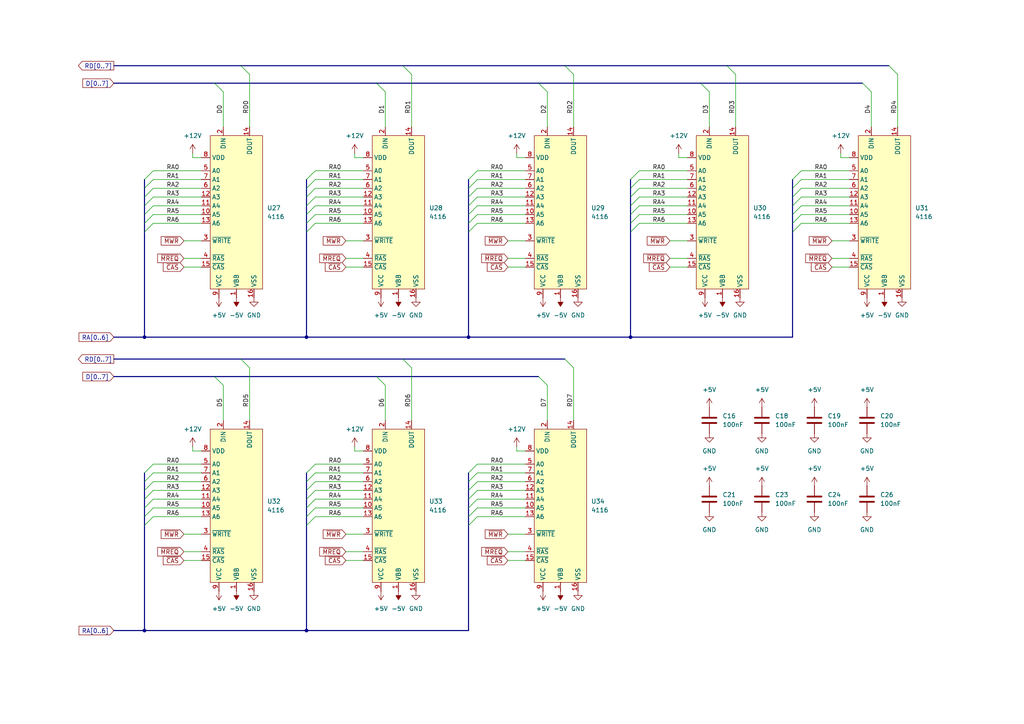
<source format=kicad_sch>
(kicad_sch (version 20231120) (generator "eeschema") (generator_version "8.0")
  (paper "A4")
  (title_block (title "Dick Smith System 80 Main Board") (date "1980"))
  (lib_symbols
    (symbol "4116:MK4116"
      (property "Reference" "U" (at 6.35 2.54 0))
      (property "Value" "4116" (at 7.62 0 0))
      (symbol "MK4116_1_1"
        (rectangle (start -7.62 -1.27) (end 7.62 -45.72) (fill (type background)))
        (pin power_in line (at 0 -48.26 90) (length 2.54) (name "VBB") (number "1"))
        (pin input line (at -10.16 -24.13 0) (length 2.54) (name "A5") (number "10"))
        (pin input line (at -10.16 -21.59 0) (length 2.54) (name "A4") (number "11"))
        (pin input line (at -10.16 -19.05 0) (length 2.54) (name "A3") (number "12"))
        (pin input line (at -10.16 -26.67 0) (length 2.54) (name "A6") (number "13"))
        (pin output line (at 3.81 1.27 270) (length 2.54) (name "DOUT") (number "14"))
        (pin input line (at -10.16 -39.37 0) (length 2.54) (name "~{CAS}") (number "15"))
        (pin power_in line (at 5.08 -48.26 90) (length 2.54) (name "VSS") (number "16"))
        (pin input line (at -3.81 1.27 270) (length 2.54) (name "DIN") (number "2"))
        (pin input line (at -10.16 -31.75 0) (length 2.54) (name "~{WRITE}") (number "3"))
        (pin input line (at -10.16 -36.83 0) (length 2.54) (name "~{RAS}") (number "4"))
        (pin input line (at -10.16 -11.43 0) (length 2.54) (name "A0") (number "5"))
        (pin input line (at -10.16 -16.51 0) (length 2.54) (name "A2") (number "6"))
        (pin input line (at -10.16 -13.97 0) (length 2.54) (name "A1") (number "7"))
        (pin power_in line (at -10.16 -7.62 0) (length 2.54) (name "VDD") (number "8"))
        (pin power_in line (at -5.08 -48.26 90) (length 2.54) (name "VCC") (number "9"))
      )
    )
    (symbol "Device:C" (pin_numbers hide) (pin_names (offset 0.254))
      (property "Reference" "C" (at 0.635 2.54 0))
      (property "Value" "C" (at 0.635 -2.54 0))
      (symbol "C_0_1"
        (polyline (pts (xy -2.032 -0.762) (xy 2.032 -0.762)) (stroke (width 0.508)))
        (polyline (pts (xy -2.032 0.762) (xy 2.032 0.762)) (stroke (width 0.508)))
      )
      (symbol "C_1_1"
        (pin passive line (at 0 3.81 270) (length 2.794) (name "~") (number "1"))
        (pin passive line (at 0 -3.81 90) (length 2.794) (name "~") (number "2"))
      )
    )
    (symbol "power:+12V" (power) (pin_numbers hide) (pin_names (offset 0) hide)
      (property "Value" "+12V" (at 0 3.556 0))
      (symbol "+12V_0_1"
        (polyline (pts (xy -0.762 1.27) (xy 0 2.54)))
        (polyline (pts (xy 0 0) (xy 0 2.54)))
        (polyline (pts (xy 0 2.54) (xy 0.762 1.27)))
      )
      (symbol "+12V_1_1"
        (pin power_in line (at 0 0 90) (length 0) (name "~") (number "1"))
      )
    )
    (symbol "power:+5V" (power) (pin_numbers hide) (pin_names (offset 0) hide)
      (property "Value" "+5V" (at 0 3.556 0))
      (symbol "+5V_0_1"
        (polyline (pts (xy -0.762 1.27) (xy 0 2.54)))
        (polyline (pts (xy 0 0) (xy 0 2.54)))
        (polyline (pts (xy 0 2.54) (xy 0.762 1.27)))
      )
      (symbol "+5V_1_1"
        (pin power_in line (at 0 0 90) (length 0) (name "~") (number "1"))
      )
    )
    (symbol "power:-5V" (power) (pin_numbers hide) (pin_names (offset 0) hide)
      (property "Value" "-5V" (at 0 3.556 0))
      (symbol "-5V_0_0"
        (pin power_in line (at 0 0 90) (length 0) (name "~") (number "1"))
      )
      (symbol "-5V_0_1"
        (polyline (pts (xy 0 0) (xy 0 1.27) (xy 0.762 1.27) (xy 0 2.54) (xy -0.762 1.27) (xy 0 1.27)) (fill (type outline)))
      )
    )
    (symbol "power:GND" (power) (pin_numbers hide) (pin_names (offset 0) hide)
      (property "Value" "GND" (at 0 -3.81 0))
      (symbol "GND_0_1"
        (polyline (pts (xy 0 0) (xy 0 -1.27) (xy 1.27 -1.27) (xy 0 -2.54) (xy -1.27 -1.27) (xy 0 -1.27)))
      )
      (symbol "GND_1_1"
        (pin power_in line (at 0 0 270) (length 0) (name "~") (number "1"))
      )
    )
  )
  (junction (at 41.91 97.79))
  (junction (at 88.9 97.79))
  (junction (at 88.9 182.88))
  (junction (at 135.89 97.79))
  (junction (at 41.91 182.88))
  (junction (at 182.88 97.79))
  (bus_entry (at 88.9 142.24) (size 2.54 -2.54))
  (bus_entry (at 88.9 144.78) (size 2.54 -2.54))
  (bus_entry (at 229.87 57.15) (size 2.54 -2.54))
  (bus_entry (at 41.91 147.32) (size 2.54 -2.54))
  (bus_entry (at 250.19 24.13) (size 2.54 2.54))
  (bus_entry (at 41.91 152.4) (size 2.54 -2.54))
  (bus_entry (at 229.87 62.23) (size 2.54 -2.54))
  (bus_entry (at 41.91 52.07) (size 2.54 -2.54))
  (bus_entry (at 69.85 19.05) (size 2.54 2.54))
  (bus_entry (at 116.84 104.14) (size 2.54 2.54))
  (bus_entry (at 135.89 137.16) (size 2.54 -2.54))
  (bus_entry (at 135.89 59.69) (size 2.54 -2.54))
  (bus_entry (at 41.91 149.86) (size 2.54 -2.54))
  (bus_entry (at 41.91 57.15) (size 2.54 -2.54))
  (bus_entry (at 41.91 139.7) (size 2.54 -2.54))
  (bus_entry (at 135.89 67.31) (size 2.54 -2.54))
  (bus_entry (at 41.91 62.23) (size 2.54 -2.54))
  (bus_entry (at 257.81 19.05) (size 2.54 2.54))
  (bus_entry (at 41.91 59.69) (size 2.54 -2.54))
  (bus_entry (at 41.91 54.61) (size 2.54 -2.54))
  (bus_entry (at 182.88 67.31) (size 2.54 -2.54))
  (bus_entry (at 88.9 62.23) (size 2.54 -2.54))
  (bus_entry (at 156.21 24.13) (size 2.54 2.54))
  (bus_entry (at 88.9 64.77) (size 2.54 -2.54))
  (bus_entry (at 182.88 59.69) (size 2.54 -2.54))
  (bus_entry (at 62.23 24.13) (size 2.54 2.54))
  (bus_entry (at 88.9 57.15) (size 2.54 -2.54))
  (bus_entry (at 156.21 109.22) (size 2.54 2.54))
  (bus_entry (at 135.89 139.7) (size 2.54 -2.54))
  (bus_entry (at 182.88 62.23) (size 2.54 -2.54))
  (bus_entry (at 135.89 144.78) (size 2.54 -2.54))
  (bus_entry (at 182.88 54.61) (size 2.54 -2.54))
  (bus_entry (at 41.91 142.24) (size 2.54 -2.54))
  (bus_entry (at 88.9 147.32) (size 2.54 -2.54))
  (bus_entry (at 163.83 104.14) (size 2.54 2.54))
  (bus_entry (at 163.83 19.05) (size 2.54 2.54))
  (bus_entry (at 109.22 24.13) (size 2.54 2.54))
  (bus_entry (at 135.89 54.61) (size 2.54 -2.54))
  (bus_entry (at 69.85 104.14) (size 2.54 2.54))
  (bus_entry (at 135.89 52.07) (size 2.54 -2.54))
  (bus_entry (at 116.84 19.05) (size 2.54 2.54))
  (bus_entry (at 182.88 64.77) (size 2.54 -2.54))
  (bus_entry (at 135.89 152.4) (size 2.54 -2.54))
  (bus_entry (at 229.87 67.31) (size 2.54 -2.54))
  (bus_entry (at 109.22 109.22) (size 2.54 2.54))
  (bus_entry (at 135.89 142.24) (size 2.54 -2.54))
  (bus_entry (at 88.9 149.86) (size 2.54 -2.54))
  (bus_entry (at 229.87 59.69) (size 2.54 -2.54))
  (bus_entry (at 182.88 52.07) (size 2.54 -2.54))
  (bus_entry (at 229.87 54.61) (size 2.54 -2.54))
  (bus_entry (at 88.9 52.07) (size 2.54 -2.54))
  (bus_entry (at 135.89 64.77) (size 2.54 -2.54))
  (bus_entry (at 135.89 147.32) (size 2.54 -2.54))
  (bus_entry (at 88.9 139.7) (size 2.54 -2.54))
  (bus_entry (at 88.9 54.61) (size 2.54 -2.54))
  (bus_entry (at 229.87 64.77) (size 2.54 -2.54))
  (bus_entry (at 135.89 149.86) (size 2.54 -2.54))
  (bus_entry (at 62.23 109.22) (size 2.54 2.54))
  (bus_entry (at 229.87 52.07) (size 2.54 -2.54))
  (bus_entry (at 41.91 137.16) (size 2.54 -2.54))
  (bus_entry (at 41.91 64.77) (size 2.54 -2.54))
  (bus_entry (at 88.9 59.69) (size 2.54 -2.54))
  (bus_entry (at 88.9 152.4) (size 2.54 -2.54))
  (bus_entry (at 182.88 57.15) (size 2.54 -2.54))
  (bus_entry (at 203.2 24.13) (size 2.54 2.54))
  (bus_entry (at 41.91 67.31) (size 2.54 -2.54))
  (bus_entry (at 135.89 62.23) (size 2.54 -2.54))
  (bus_entry (at 135.89 57.15) (size 2.54 -2.54))
  (bus_entry (at 210.82 19.05) (size 2.54 2.54))
  (bus_entry (at 88.9 67.31) (size 2.54 -2.54))
  (bus_entry (at 88.9 137.16) (size 2.54 -2.54))
  (bus_entry (at 41.91 144.78) (size 2.54 -2.54))
  (bus (pts (xy 41.91 149.86) (xy 41.91 152.4)))
  (wire (pts (xy 44.45 54.61) (xy 58.42 54.61)))
  (wire (pts (xy 53.34 69.85) (xy 58.42 69.85)))
  (bus (pts (xy 229.87 64.77) (xy 229.87 67.31)))
  (wire (pts (xy 44.45 57.15) (xy 58.42 57.15)))
  (wire (pts (xy 138.43 149.86) (xy 152.4 149.86)))
  (wire (pts (xy 44.45 62.23) (xy 58.42 62.23)))
  (wire (pts (xy 91.44 134.62) (xy 105.41 134.62)))
  (wire (pts (xy 44.45 59.69) (xy 58.42 59.69)))
  (wire (pts (xy 58.42 130.81) (xy 55.88 130.81)))
  (bus (pts (xy 88.9 139.7) (xy 88.9 142.24)))
  (bus (pts (xy 33.02 19.05) (xy 69.85 19.05)))
  (wire (pts (xy 232.41 62.23) (xy 246.38 62.23)))
  (wire (pts (xy 44.45 142.24) (xy 58.42 142.24)))
  (bus (pts (xy 88.9 152.4) (xy 88.9 182.88)))
  (bus (pts (xy 88.9 57.15) (xy 88.9 59.69)))
  (bus (pts (xy 182.88 52.07) (xy 182.88 54.61)))
  (wire (pts (xy 149.86 45.72) (xy 149.86 44.45)))
  (wire (pts (xy 91.44 139.7) (xy 105.41 139.7)))
  (wire (pts (xy 147.32 69.85) (xy 152.4 69.85)))
  (wire (pts (xy 232.41 64.77) (xy 246.38 64.77)))
  (wire (pts (xy 158.75 111.76) (xy 158.75 121.92)))
  (bus (pts (xy 88.9 142.24) (xy 88.9 144.78)))
  (bus (pts (xy 182.88 59.69) (xy 182.88 62.23)))
  (bus (pts (xy 33.02 109.22) (xy 62.23 109.22)))
  (wire (pts (xy 44.45 49.53) (xy 58.42 49.53)))
  (wire (pts (xy 44.45 147.32) (xy 58.42 147.32)))
  (wire (pts (xy 138.43 137.16) (xy 152.4 137.16)))
  (wire (pts (xy 91.44 57.15) (xy 105.41 57.15)))
  (wire (pts (xy 91.44 149.86) (xy 105.41 149.86)))
  (wire (pts (xy 119.38 106.68) (xy 119.38 121.92)))
  (bus (pts (xy 33.02 97.79) (xy 41.91 97.79)))
  (wire (pts (xy 152.4 45.72) (xy 149.86 45.72)))
  (bus (pts (xy 229.87 52.07) (xy 229.87 54.61)))
  (wire (pts (xy 185.42 54.61) (xy 199.39 54.61)))
  (bus (pts (xy 88.9 64.77) (xy 88.9 67.31)))
  (wire (pts (xy 91.44 59.69) (xy 105.41 59.69)))
  (bus (pts (xy 182.88 57.15) (xy 182.88 59.69)))
  (wire (pts (xy 44.45 134.62) (xy 58.42 134.62)))
  (wire (pts (xy 91.44 62.23) (xy 105.41 62.23)))
  (wire (pts (xy 243.84 45.72) (xy 243.84 44.45)))
  (wire (pts (xy 105.41 45.72) (xy 102.87 45.72)))
  (bus (pts (xy 135.89 67.31) (xy 135.89 97.79)))
  (wire (pts (xy 260.35 21.59) (xy 260.35 36.83)))
  (bus (pts (xy 88.9 97.79) (xy 135.89 97.79)))
  (wire (pts (xy 205.74 26.67) (xy 205.74 36.83)))
  (wire (pts (xy 53.34 160.02) (xy 58.42 160.02)))
  (bus (pts (xy 163.83 19.05) (xy 210.82 19.05)))
  (wire (pts (xy 53.34 162.56) (xy 58.42 162.56)))
  (wire (pts (xy 232.41 49.53) (xy 246.38 49.53)))
  (bus (pts (xy 109.22 24.13) (xy 156.21 24.13)))
  (bus (pts (xy 116.84 19.05) (xy 163.83 19.05)))
  (bus (pts (xy 69.85 19.05) (xy 116.84 19.05)))
  (bus (pts (xy 41.91 64.77) (xy 41.91 67.31)))
  (bus (pts (xy 88.9 54.61) (xy 88.9 57.15)))
  (bus (pts (xy 109.22 109.22) (xy 156.21 109.22)))
  (wire (pts (xy 58.42 45.72) (xy 55.88 45.72)))
  (wire (pts (xy 102.87 45.72) (xy 102.87 44.45)))
  (wire (pts (xy 138.43 64.77) (xy 152.4 64.77)))
  (wire (pts (xy 91.44 144.78) (xy 105.41 144.78)))
  (wire (pts (xy 241.3 77.47) (xy 246.38 77.47)))
  (bus (pts (xy 88.9 62.23) (xy 88.9 64.77)))
  (wire (pts (xy 138.43 49.53) (xy 152.4 49.53)))
  (wire (pts (xy 185.42 57.15) (xy 199.39 57.15)))
  (wire (pts (xy 138.43 134.62) (xy 152.4 134.62)))
  (bus (pts (xy 182.88 54.61) (xy 182.88 57.15)))
  (wire (pts (xy 194.31 77.47) (xy 199.39 77.47)))
  (bus (pts (xy 135.89 57.15) (xy 135.89 59.69)))
  (wire (pts (xy 138.43 62.23) (xy 152.4 62.23)))
  (wire (pts (xy 72.39 106.68) (xy 72.39 121.92)))
  (bus (pts (xy 135.89 139.7) (xy 135.89 142.24)))
  (bus (pts (xy 41.91 97.79) (xy 88.9 97.79)))
  (bus (pts (xy 41.91 182.88) (xy 88.9 182.88)))
  (bus (pts (xy 135.89 64.77) (xy 135.89 67.31)))
  (wire (pts (xy 232.41 52.07) (xy 246.38 52.07)))
  (wire (pts (xy 241.3 74.93) (xy 246.38 74.93)))
  (wire (pts (xy 44.45 144.78) (xy 58.42 144.78)))
  (bus (pts (xy 135.89 147.32) (xy 135.89 149.86)))
  (bus (pts (xy 41.91 57.15) (xy 41.91 59.69)))
  (wire (pts (xy 152.4 130.81) (xy 149.86 130.81)))
  (wire (pts (xy 166.37 21.59) (xy 166.37 36.83)))
  (bus (pts (xy 135.89 149.86) (xy 135.89 152.4)))
  (wire (pts (xy 185.42 64.77) (xy 199.39 64.77)))
  (wire (pts (xy 194.31 69.85) (xy 199.39 69.85)))
  (wire (pts (xy 149.86 130.81) (xy 149.86 129.54)))
  (wire (pts (xy 147.32 154.94) (xy 152.4 154.94)))
  (bus (pts (xy 41.91 62.23) (xy 41.91 64.77)))
  (wire (pts (xy 138.43 52.07) (xy 152.4 52.07)))
  (bus (pts (xy 41.91 142.24) (xy 41.91 144.78)))
  (wire (pts (xy 91.44 54.61) (xy 105.41 54.61)))
  (wire (pts (xy 100.33 77.47) (xy 105.41 77.47)))
  (bus (pts (xy 41.91 144.78) (xy 41.91 147.32)))
  (wire (pts (xy 147.32 74.93) (xy 152.4 74.93)))
  (wire (pts (xy 185.42 59.69) (xy 199.39 59.69)))
  (wire (pts (xy 53.34 74.93) (xy 58.42 74.93)))
  (bus (pts (xy 88.9 59.69) (xy 88.9 62.23)))
  (bus (pts (xy 182.88 64.77) (xy 182.88 67.31)))
  (bus (pts (xy 135.89 152.4) (xy 135.89 182.88)))
  (wire (pts (xy 111.76 26.67) (xy 111.76 36.83)))
  (wire (pts (xy 64.77 111.76) (xy 64.77 121.92)))
  (wire (pts (xy 91.44 52.07) (xy 105.41 52.07)))
  (wire (pts (xy 158.75 26.67) (xy 158.75 36.83)))
  (bus (pts (xy 229.87 59.69) (xy 229.87 62.23)))
  (bus (pts (xy 210.82 19.05) (xy 257.81 19.05)))
  (wire (pts (xy 246.38 45.72) (xy 243.84 45.72)))
  (bus (pts (xy 41.91 67.31) (xy 41.91 97.79)))
  (bus (pts (xy 203.2 24.13) (xy 250.19 24.13)))
  (bus (pts (xy 41.91 137.16) (xy 41.91 139.7)))
  (wire (pts (xy 44.45 137.16) (xy 58.42 137.16)))
  (wire (pts (xy 111.76 111.76) (xy 111.76 121.92)))
  (wire (pts (xy 213.36 21.59) (xy 213.36 36.83)))
  (bus (pts (xy 88.9 147.32) (xy 88.9 149.86)))
  (wire (pts (xy 119.38 21.59) (xy 119.38 36.83)))
  (wire (pts (xy 138.43 59.69) (xy 152.4 59.69)))
  (wire (pts (xy 147.32 160.02) (xy 152.4 160.02)))
  (bus (pts (xy 116.84 104.14) (xy 163.83 104.14)))
  (bus (pts (xy 229.87 62.23) (xy 229.87 64.77)))
  (bus (pts (xy 41.91 147.32) (xy 41.91 149.86)))
  (wire (pts (xy 100.33 154.94) (xy 105.41 154.94)))
  (wire (pts (xy 53.34 77.47) (xy 58.42 77.47)))
  (wire (pts (xy 100.33 160.02) (xy 105.41 160.02)))
  (wire (pts (xy 102.87 130.81) (xy 102.87 129.54)))
  (wire (pts (xy 44.45 52.07) (xy 58.42 52.07)))
  (wire (pts (xy 55.88 130.81) (xy 55.88 129.54)))
  (bus (pts (xy 156.21 24.13) (xy 203.2 24.13)))
  (wire (pts (xy 232.41 59.69) (xy 246.38 59.69)))
  (bus (pts (xy 229.87 67.31) (xy 229.87 97.79)))
  (bus (pts (xy 135.89 137.16) (xy 135.89 139.7)))
  (wire (pts (xy 138.43 144.78) (xy 152.4 144.78)))
  (wire (pts (xy 241.3 69.85) (xy 246.38 69.85)))
  (bus (pts (xy 41.91 54.61) (xy 41.91 57.15)))
  (bus (pts (xy 135.89 59.69) (xy 135.89 62.23)))
  (wire (pts (xy 232.41 57.15) (xy 246.38 57.15)))
  (wire (pts (xy 138.43 147.32) (xy 152.4 147.32)))
  (bus (pts (xy 182.88 62.23) (xy 182.88 64.77)))
  (bus (pts (xy 41.91 52.07) (xy 41.91 54.61)))
  (wire (pts (xy 199.39 45.72) (xy 196.85 45.72)))
  (wire (pts (xy 55.88 45.72) (xy 55.88 44.45)))
  (wire (pts (xy 147.32 77.47) (xy 152.4 77.47)))
  (wire (pts (xy 196.85 45.72) (xy 196.85 44.45)))
  (wire (pts (xy 100.33 74.93) (xy 105.41 74.93)))
  (wire (pts (xy 100.33 162.56) (xy 105.41 162.56)))
  (bus (pts (xy 182.88 97.79) (xy 229.87 97.79)))
  (bus (pts (xy 41.91 152.4) (xy 41.91 182.88)))
  (bus (pts (xy 135.89 52.07) (xy 135.89 54.61)))
  (wire (pts (xy 252.73 26.67) (xy 252.73 36.83)))
  (wire (pts (xy 91.44 49.53) (xy 105.41 49.53)))
  (wire (pts (xy 44.45 149.86) (xy 58.42 149.86)))
  (wire (pts (xy 105.41 130.81) (xy 102.87 130.81)))
  (wire (pts (xy 185.42 62.23) (xy 199.39 62.23)))
  (wire (pts (xy 138.43 139.7) (xy 152.4 139.7)))
  (bus (pts (xy 88.9 182.88) (xy 135.89 182.88)))
  (wire (pts (xy 147.32 162.56) (xy 152.4 162.56)))
  (bus (pts (xy 62.23 24.13) (xy 109.22 24.13)))
  (bus (pts (xy 135.89 142.24) (xy 135.89 144.78)))
  (wire (pts (xy 185.42 52.07) (xy 199.39 52.07)))
  (bus (pts (xy 62.23 109.22) (xy 109.22 109.22)))
  (bus (pts (xy 135.89 97.79) (xy 182.88 97.79)))
  (bus (pts (xy 229.87 54.61) (xy 229.87 57.15)))
  (wire (pts (xy 166.37 106.68) (xy 166.37 121.92)))
  (wire (pts (xy 44.45 64.77) (xy 58.42 64.77)))
  (wire (pts (xy 91.44 142.24) (xy 105.41 142.24)))
  (wire (pts (xy 138.43 57.15) (xy 152.4 57.15)))
  (wire (pts (xy 138.43 142.24) (xy 152.4 142.24)))
  (bus (pts (xy 41.91 139.7) (xy 41.91 142.24)))
  (bus (pts (xy 182.88 67.31) (xy 182.88 97.79)))
  (wire (pts (xy 44.45 139.7) (xy 58.42 139.7)))
  (bus (pts (xy 88.9 137.16) (xy 88.9 139.7)))
  (wire (pts (xy 91.44 64.77) (xy 105.41 64.77)))
  (bus (pts (xy 33.02 182.88) (xy 41.91 182.88)))
  (wire (pts (xy 91.44 137.16) (xy 105.41 137.16)))
  (wire (pts (xy 72.39 21.59) (xy 72.39 36.83)))
  (wire (pts (xy 100.33 69.85) (xy 105.41 69.85)))
  (bus (pts (xy 229.87 57.15) (xy 229.87 59.69)))
  (wire (pts (xy 138.43 54.61) (xy 152.4 54.61)))
  (wire (pts (xy 194.31 74.93) (xy 199.39 74.93)))
  (bus (pts (xy 135.89 54.61) (xy 135.89 57.15)))
  (bus (pts (xy 135.89 62.23) (xy 135.89 64.77)))
  (bus (pts (xy 33.02 24.13) (xy 62.23 24.13)))
  (bus (pts (xy 88.9 67.31) (xy 88.9 97.79)))
  (bus (pts (xy 135.89 144.78) (xy 135.89 147.32)))
  (wire (pts (xy 53.34 154.94) (xy 58.42 154.94)))
  (bus (pts (xy 88.9 144.78) (xy 88.9 147.32)))
  (wire (pts (xy 64.77 26.67) (xy 64.77 36.83)))
  (bus (pts (xy 33.02 104.14) (xy 69.85 104.14)))
  (bus (pts (xy 69.85 104.14) (xy 116.84 104.14)))
  (bus (pts (xy 88.9 52.07) (xy 88.9 54.61)))
  (wire (pts (xy 185.42 49.53) (xy 199.39 49.53)))
  (wire (pts (xy 232.41 54.61) (xy 246.38 54.61)))
  (bus (pts (xy 41.91 59.69) (xy 41.91 62.23)))
  (bus (pts (xy 88.9 149.86) (xy 88.9 152.4)))
  (wire (pts (xy 91.44 147.32) (xy 105.41 147.32)))
  (label "RA4" (at 142.24 59.69 0))
  (label "D0" (at 64.77 33.02 90))
  (label "RA0" (at 142.24 49.53 0))
  (label "RA5" (at 48.26 147.32 0))
  (label "RA6" (at 142.24 64.77 0))
  (label "RA2" (at 48.26 139.7 0))
  (label "RA3" (at 48.26 57.15 0))
  (label "RA1" (at 95.25 137.16 0))
  (label "RD2" (at 166.37 33.02 90))
  (label "RA6" (at 236.22 64.77 0))
  (label "RD1" (at 119.38 33.02 90))
  (label "RA5" (at 95.25 62.23 0))
  (label "D3" (at 205.74 33.02 90))
  (label "RA6" (at 95.25 149.86 0))
  (label "RD7" (at 166.37 118.11 90))
  (label "RA0" (at 48.26 49.53 0))
  (label "D7" (at 158.75 118.11 90))
  (label "RA4" (at 48.26 144.78 0))
  (label "RA1" (at 236.22 52.07 0))
  (label "RA1" (at 142.24 52.07 0))
  (label "RA2" (at 95.25 54.61 0))
  (label "RA2" (at 48.26 54.61 0))
  (label "RA3" (at 142.24 57.15 0))
  (label "D2" (at 158.75 33.02 90))
  (label "RA6" (at 48.26 149.86 0))
  (label "RD0" (at 72.39 33.02 90))
  (label "RA2" (at 236.22 54.61 0))
  (label "RA6" (at 142.24 149.86 0))
  (label "RA1" (at 48.26 52.07 0))
  (label "RA3" (at 48.26 142.24 0))
  (label "RA4" (at 95.25 144.78 0))
  (label "D6" (at 111.76 118.11 90))
  (label "RA1" (at 95.25 52.07 0))
  (label "D5" (at 64.77 118.11 90))
  (label "RA1" (at 142.24 137.16 0))
  (label "RA6" (at 189.23 64.77 0))
  (label "RA5" (at 142.24 62.23 0))
  (label "RA2" (at 95.25 139.7 0))
  (label "RA2" (at 142.24 54.61 0))
  (label "RA3" (at 95.25 142.24 0))
  (label "RA5" (at 236.22 62.23 0))
  (label "RA4" (at 189.23 59.69 0))
  (label "RA3" (at 95.25 57.15 0))
  (label "RA3" (at 189.23 57.15 0))
  (label "RA4" (at 95.25 59.69 0))
  (label "RA4" (at 236.22 59.69 0))
  (label "RA5" (at 95.25 147.32 0))
  (label "RA0" (at 142.24 134.62 0))
  (label "RA1" (at 189.23 52.07 0))
  (label "RA0" (at 95.25 49.53 0))
  (label "RA4" (at 142.24 144.78 0))
  (label "RA2" (at 142.24 139.7 0))
  (label "RA6" (at 95.25 64.77 0))
  (label "D4" (at 252.73 33.02 90))
  (label "RA5" (at 189.23 62.23 0))
  (label "RD4" (at 260.35 33.02 90))
  (label "RA0" (at 236.22 49.53 0))
  (label "RA3" (at 236.22 57.15 0))
  (label "RD3" (at 213.36 33.02 90))
  (label "RA0" (at 95.25 134.62 0))
  (label "RA2" (at 189.23 54.61 0))
  (label "RA6" (at 48.26 64.77 0))
  (label "RA3" (at 142.24 142.24 0))
  (label "RA5" (at 142.24 147.32 0))
  (label "RA5" (at 48.26 62.23 0))
  (label "D1" (at 111.76 33.02 90))
  (label "RA1" (at 48.26 137.16 0))
  (label "RD5" (at 72.39 118.11 90))
  (label "RA0" (at 48.26 134.62 0))
  (label "RA0" (at 189.23 49.53 0))
  (label "RD6" (at 119.38 118.11 90))
  (label "RA4" (at 48.26 59.69 0))
  (global_label "~{MWR}" (shape input) (at 147.32 154.94 180) (property "Intersheetrefs" "${INTERSHEET_REFS}" (effects (hide yes))))
  (global_label "~{MWR}" (shape input) (at 100.33 69.85 180) (property "Intersheetrefs" "${INTERSHEET_REFS}" (effects (hide yes))))
  (global_label "~{CAS}" (shape input) (at 147.32 77.47 180) (property "Intersheetrefs" "${INTERSHEET_REFS}" (effects (hide yes))))
  (global_label "~{CAS}" (shape input) (at 53.34 162.56 180) (property "Intersheetrefs" "${INTERSHEET_REFS}" (effects (hide yes))))
  (global_label "~{CAS}" (shape input) (at 147.32 162.56 180) (property "Intersheetrefs" "${INTERSHEET_REFS}" (effects (hide yes))))
  (global_label "~{MWR}" (shape input) (at 241.3 69.85 180) (property "Intersheetrefs" "${INTERSHEET_REFS}" (effects (hide yes))))
  (global_label "D[0..7]" (shape input) (at 33.02 109.22 180) (property "Intersheetrefs" "${INTERSHEET_REFS}" (effects (hide yes))))
  (global_label "~{MREQ}" (shape input) (at 100.33 160.02 180) (property "Intersheetrefs" "${INTERSHEET_REFS}" (effects (hide yes))))
  (global_label "~{MREQ}" (shape input) (at 53.34 74.93 180) (property "Intersheetrefs" "${INTERSHEET_REFS}" (effects (hide yes))))
  (global_label "~{CAS}" (shape input) (at 100.33 77.47 180) (property "Intersheetrefs" "${INTERSHEET_REFS}" (effects (hide yes))))
  (global_label "RA[0..6]" (shape input) (at 33.02 182.88 180) (property "Intersheetrefs" "${INTERSHEET_REFS}" (effects (hide yes))))
  (global_label "~{CAS}" (shape input) (at 53.34 77.47 180) (property "Intersheetrefs" "${INTERSHEET_REFS}" (effects (hide yes))))
  (global_label "~{MREQ}" (shape input) (at 147.32 74.93 180) (property "Intersheetrefs" "${INTERSHEET_REFS}" (effects (hide yes))))
  (global_label "~{MREQ}" (shape input) (at 147.32 160.02 180) (property "Intersheetrefs" "${INTERSHEET_REFS}" (effects (hide yes))))
  (global_label "~{MREQ}" (shape input) (at 53.34 160.02 180) (property "Intersheetrefs" "${INTERSHEET_REFS}" (effects (hide yes))))
  (global_label "RD[0..7]" (shape output) (at 33.02 19.05 180) (property "Intersheetrefs" "${INTERSHEET_REFS}" (effects (hide yes))))
  (global_label "RD[0..7]" (shape output) (at 33.02 104.14 180) (property "Intersheetrefs" "${INTERSHEET_REFS}" (effects (hide yes))))
  (global_label "~{MWR}" (shape input) (at 147.32 69.85 180) (property "Intersheetrefs" "${INTERSHEET_REFS}" (effects (hide yes))))
  (global_label "~{MWR}" (shape input) (at 194.31 69.85 180) (property "Intersheetrefs" "${INTERSHEET_REFS}" (effects (hide yes))))
  (global_label "~{CAS}" (shape input) (at 100.33 162.56 180) (property "Intersheetrefs" "${INTERSHEET_REFS}" (effects (hide yes))))
  (global_label "~{CAS}" (shape input) (at 194.31 77.47 180) (property "Intersheetrefs" "${INTERSHEET_REFS}" (effects (hide yes))))
  (global_label "~{CAS}" (shape input) (at 241.3 77.47 180) (property "Intersheetrefs" "${INTERSHEET_REFS}" (effects (hide yes))))
  (global_label "~{MWR}" (shape input) (at 53.34 69.85 180) (property "Intersheetrefs" "${INTERSHEET_REFS}" (effects (hide yes))))
  (global_label "~{MREQ}" (shape input) (at 100.33 74.93 180) (property "Intersheetrefs" "${INTERSHEET_REFS}" (effects (hide yes))))
  (global_label "D[0..7]" (shape input) (at 33.02 24.13 180) (property "Intersheetrefs" "${INTERSHEET_REFS}" (effects (hide yes))))
  (global_label "~{MREQ}" (shape input) (at 194.31 74.93 180) (property "Intersheetrefs" "${INTERSHEET_REFS}" (effects (hide yes))))
  (global_label "~{MWR}" (shape input) (at 53.34 154.94 180) (property "Intersheetrefs" "${INTERSHEET_REFS}" (effects (hide yes))))
  (global_label "~{MREQ}" (shape input) (at 241.3 74.93 180) (property "Intersheetrefs" "${INTERSHEET_REFS}" (effects (hide yes))))
  (global_label "~{MWR}" (shape input) (at 100.33 154.94 180) (property "Intersheetrefs" "${INTERSHEET_REFS}" (effects (hide yes))))
  (global_label "RA[0..6]" (shape input) (at 33.02 97.79 180) (property "Intersheetrefs" "${INTERSHEET_REFS}" (effects (hide yes))))
  (symbol (lib_id "power:-5V") (at 209.55 86.36 180) (unit 1)
    (property "Reference" "#PWR0123" (effects (hide yes)))
    (property "Value" "-5V" (at 209.55 91.44 0))
    (property "Description" "Power symbol creates a global label with name \"-5V\"" (effects (hide yes)))
  )
  (symbol (lib_id "power:-5V") (at 162.56 86.36 180) (unit 1)
    (property "Reference" "#PWR0119" (effects (hide yes)))
    (property "Value" "-5V" (at 162.56 91.44 0))
    (property "Description" "Power symbol creates a global label with name \"-5V\"" (effects (hide yes)))
  )
  (symbol (lib_id "power:+5V") (at 157.48 171.45 180) (unit 1)
    (property "Reference" "#PWR0134" (effects (hide yes)))
    (property "Value" "+5V" (at 157.48 176.53 0))
    (property "Description" "Power symbol creates a global label with name \"+5V\"" (effects (hide yes)))
  )
  (symbol (lib_id "4116:MK4116") (at 115.57 123.19 0) (unit 1)
    (property "Reference" "U33" (at 124.46 145.4149 0) (effects (justify left)))
    (property "Value" "4116" (at 124.46 147.9549 0) (effects (justify left)))
    (property "Footprint" "Package_DIP:DIP-16_W7.62mm" (effects (hide yes)))
  )
  (symbol (lib_id "power:+5V") (at 63.5 86.36 180) (unit 1)
    (property "Reference" "#PWR0104" (effects (hide yes)))
    (property "Value" "+5V" (at 63.5 91.44 0))
    (property "Description" "Power symbol creates a global label with name \"+5V\"" (effects (hide yes)))
  )
  (symbol (lib_id "4116:MK4116") (at 256.54 38.1 0) (unit 1)
    (property "Reference" "U31" (at 265.43 60.3249 0) (effects (justify left)))
    (property "Value" "4116" (at 265.43 62.8649 0) (effects (justify left)))
    (property "Footprint" "Package_DIP:DIP-16_W7.62mm" (effects (hide yes)))
  )
  (symbol (lib_id "power:GND") (at 251.46 148.59 0) (unit 1)
    (property "Reference" "#PWR0164" (effects (hide yes)))
    (property "Value" "GND" (at 251.46 153.67 0))
    (property "Description" "Power symbol creates a global label with name \"GND\" , ground" (effects (hide yes)))
  )
  (symbol (lib_id "power:GND") (at 205.74 148.59 0) (unit 1)
    (property "Reference" "#PWR0158" (effects (hide yes)))
    (property "Value" "GND" (at 205.74 153.67 0))
    (property "Description" "Power symbol creates a global label with name \"GND\" , ground" (effects (hide yes)))
  )
  (symbol (lib_id "power:+5V") (at 251.46 118.11 0) (unit 1)
    (property "Reference" "#PWR0155" (effects (hide yes)))
    (property "Value" "+5V" (at 251.46 113.03 0))
    (property "Description" "Power symbol creates a global label with name \"+5V\"" (effects (hide yes)))
  )
  (symbol (lib_id "4116:MK4116") (at 162.56 38.1 0) (unit 1)
    (property "Reference" "U29" (at 171.45 60.3249 0) (effects (justify left)))
    (property "Value" "4116" (at 171.45 62.8649 0) (effects (justify left)))
    (property "Footprint" "Package_DIP:DIP-16_W7.62mm" (effects (hide yes)))
  )
  (symbol (lib_id "Device:C") (at 220.98 144.78 0) (unit 1)
    (property "Reference" "C23" (at 224.79 143.5099 0) (effects (justify left)))
    (property "Value" "100nF" (at 224.79 146.0499 0) (effects (justify left)))
    (property "Footprint" "Capacitor_THT:C_Disc_D5.0mm_W2.5mm_P5.00mm" (effects (hide yes)))
    (property "Description" "Unpolarized capacitor" (effects (hide yes)))
  )
  (symbol (lib_id "Device:C") (at 251.46 121.92 0) (unit 1)
    (property "Reference" "C20" (at 255.27 120.6499 0) (effects (justify left)))
    (property "Value" "100nF" (at 255.27 123.1899 0) (effects (justify left)))
    (property "Footprint" "Capacitor_THT:C_Disc_D5.0mm_W2.5mm_P5.00mm" (effects (hide yes)))
    (property "Description" "Unpolarized capacitor" (effects (hide yes)))
  )
  (symbol (lib_id "power:+5V") (at 251.46 86.36 180) (unit 1)
    (property "Reference" "#PWR0138" (effects (hide yes)))
    (property "Value" "+5V" (at 251.46 91.44 0))
    (property "Description" "Power symbol creates a global label with name \"+5V\"" (effects (hide yes)))
  )
  (symbol (lib_id "power:+12V") (at 149.86 44.45 0) (unit 1)
    (property "Reference" "#PWR0117" (effects (hide yes)))
    (property "Value" "+12V" (at 149.86 39.37 0))
    (property "Description" "Power symbol creates a global label with name \"+12V\"" (effects (hide yes)))
  )
  (symbol (lib_id "power:GND") (at 236.22 125.73 0) (unit 1)
    (property "Reference" "#PWR0154" (effects (hide yes)))
    (property "Value" "GND" (at 236.22 130.81 0))
    (property "Description" "Power symbol creates a global label with name \"GND\" , ground" (effects (hide yes)))
  )
  (symbol (lib_id "power:GND") (at 205.74 125.73 0) (unit 1)
    (property "Reference" "#PWR0150" (effects (hide yes)))
    (property "Value" "GND" (at 205.74 130.81 0))
    (property "Description" "Power symbol creates a global label with name \"GND\" , ground" (effects (hide yes)))
  )
  (symbol (lib_id "4116:MK4116") (at 68.58 38.1 0) (unit 1)
    (property "Reference" "U27" (at 77.47 60.3249 0) (effects (justify left)))
    (property "Value" "4116" (at 77.47 62.8649 0) (effects (justify left)))
    (property "Footprint" "Package_DIP:DIP-16_W7.62mm" (effects (hide yes)))
  )
  (symbol (lib_id "4116:MK4116") (at 68.58 123.19 0) (unit 1)
    (property "Reference" "U32" (at 77.47 145.4149 0) (effects (justify left)))
    (property "Value" "4116" (at 77.47 147.9549 0) (effects (justify left)))
    (property "Footprint" "Package_DIP:DIP-16_W7.62mm" (effects (hide yes)))
  )
  (symbol (lib_id "power:+5V") (at 205.74 118.11 0) (unit 1)
    (property "Reference" "#PWR0149" (effects (hide yes)))
    (property "Value" "+5V" (at 205.74 113.03 0))
    (property "Description" "Power symbol creates a global label with name \"+5V\"" (effects (hide yes)))
  )
  (symbol (lib_id "power:+12V") (at 102.87 44.45 0) (unit 1)
    (property "Reference" "#PWR0116" (effects (hide yes)))
    (property "Value" "+12V" (at 102.87 39.37 0))
    (property "Description" "Power symbol creates a global label with name \"+12V\"" (effects (hide yes)))
  )
  (symbol (lib_id "power:+12V") (at 149.86 129.54 0) (unit 1)
    (property "Reference" "#PWR0133" (effects (hide yes)))
    (property "Value" "+12V" (at 149.86 124.46 0))
    (property "Description" "Power symbol creates a global label with name \"+12V\"" (effects (hide yes)))
  )
  (symbol (lib_id "power:+5V") (at 236.22 140.97 0) (unit 1)
    (property "Reference" "#PWR0161" (effects (hide yes)))
    (property "Value" "+5V" (at 236.22 135.89 0))
    (property "Description" "Power symbol creates a global label with name \"+5V\"" (effects (hide yes)))
  )
  (symbol (lib_id "power:-5V") (at 115.57 86.36 180) (unit 1)
    (property "Reference" "#PWR0112" (effects (hide yes)))
    (property "Value" "-5V" (at 115.57 91.44 0))
    (property "Description" "Power symbol creates a global label with name \"-5V\"" (effects (hide yes)))
  )
  (symbol (lib_id "power:+5V") (at 204.47 86.36 180) (unit 1)
    (property "Reference" "#PWR0122" (effects (hide yes)))
    (property "Value" "+5V" (at 204.47 91.44 0))
    (property "Description" "Power symbol creates a global label with name \"+5V\"" (effects (hide yes)))
  )
  (symbol (lib_id "power:+5V") (at 157.48 86.36 180) (unit 1)
    (property "Reference" "#PWR0118" (effects (hide yes)))
    (property "Value" "+5V" (at 157.48 91.44 0))
    (property "Description" "Power symbol creates a global label with name \"+5V\"" (effects (hide yes)))
  )
  (symbol (lib_id "power:+12V") (at 243.84 44.45 0) (unit 1)
    (property "Reference" "#PWR0137" (effects (hide yes)))
    (property "Value" "+12V" (at 243.84 39.37 0))
    (property "Description" "Power symbol creates a global label with name \"+12V\"" (effects (hide yes)))
  )
  (symbol (lib_id "power:+5V") (at 110.49 171.45 180) (unit 1)
    (property "Reference" "#PWR0130" (effects (hide yes)))
    (property "Value" "+5V" (at 110.49 176.53 0))
    (property "Description" "Power symbol creates a global label with name \"+5V\"" (effects (hide yes)))
  )
  (symbol (lib_id "power:+5V") (at 220.98 140.97 0) (unit 1)
    (property "Reference" "#PWR0159" (effects (hide yes)))
    (property "Value" "+5V" (at 220.98 135.89 0))
    (property "Description" "Power symbol creates a global label with name \"+5V\"" (effects (hide yes)))
  )
  (symbol (lib_id "power:GND") (at 214.63 86.36 0) (unit 1)
    (property "Reference" "#PWR0124" (effects (hide yes)))
    (property "Value" "GND" (at 214.63 91.44 0))
    (property "Description" "Power symbol creates a global label with name \"GND\" , ground" (effects (hide yes)))
  )
  (symbol (lib_id "Device:C") (at 205.74 144.78 0) (unit 1)
    (property "Reference" "C21" (at 209.55 143.5099 0) (effects (justify left)))
    (property "Value" "100nF" (at 209.55 146.0499 0) (effects (justify left)))
    (property "Footprint" "Capacitor_THT:C_Disc_D5.0mm_W2.5mm_P5.00mm" (effects (hide yes)))
    (property "Description" "Unpolarized capacitor" (effects (hide yes)))
  )
  (symbol (lib_id "power:GND") (at 120.65 171.45 0) (unit 1)
    (property "Reference" "#PWR0132" (effects (hide yes)))
    (property "Value" "GND" (at 120.65 176.53 0))
    (property "Description" "Power symbol creates a global label with name \"GND\" , ground" (effects (hide yes)))
  )
  (symbol (lib_id "power:+5V") (at 236.22 118.11 0) (unit 1)
    (property "Reference" "#PWR0153" (effects (hide yes)))
    (property "Value" "+5V" (at 236.22 113.03 0))
    (property "Description" "Power symbol creates a global label with name \"+5V\"" (effects (hide yes)))
  )
  (symbol (lib_id "power:GND") (at 73.66 171.45 0) (unit 1)
    (property "Reference" "#PWR0128" (effects (hide yes)))
    (property "Value" "GND" (at 73.66 176.53 0))
    (property "Description" "Power symbol creates a global label with name \"GND\" , ground" (effects (hide yes)))
  )
  (symbol (lib_id "power:GND") (at 236.22 148.59 0) (unit 1)
    (property "Reference" "#PWR0162" (effects (hide yes)))
    (property "Value" "GND" (at 236.22 153.67 0))
    (property "Description" "Power symbol creates a global label with name \"GND\" , ground" (effects (hide yes)))
  )
  (symbol (lib_id "power:GND") (at 167.64 86.36 0) (unit 1)
    (property "Reference" "#PWR0120" (effects (hide yes)))
    (property "Value" "GND" (at 167.64 91.44 0))
    (property "Description" "Power symbol creates a global label with name \"GND\" , ground" (effects (hide yes)))
  )
  (symbol (lib_id "Device:C") (at 220.98 121.92 0) (unit 1)
    (property "Reference" "C18" (at 224.79 120.6499 0) (effects (justify left)))
    (property "Value" "100nF" (at 224.79 123.1899 0) (effects (justify left)))
    (property "Footprint" "Capacitor_THT:C_Disc_D5.0mm_W2.5mm_P5.00mm" (effects (hide yes)))
    (property "Description" "Unpolarized capacitor" (effects (hide yes)))
  )
  (symbol (lib_id "power:+5V") (at 220.98 118.11 0) (unit 1)
    (property "Reference" "#PWR0151" (effects (hide yes)))
    (property "Value" "+5V" (at 220.98 113.03 0))
    (property "Description" "Power symbol creates a global label with name \"+5V\"" (effects (hide yes)))
  )
  (symbol (lib_id "4116:MK4116") (at 115.57 38.1 0) (unit 1)
    (property "Reference" "U28" (at 124.46 60.3249 0) (effects (justify left)))
    (property "Value" "4116" (at 124.46 62.8649 0) (effects (justify left)))
    (property "Footprint" "Package_DIP:DIP-16_W7.62mm" (effects (hide yes)))
  )
  (symbol (lib_id "power:+12V") (at 55.88 44.45 0) (unit 1)
    (property "Reference" "#PWR0108" (effects (hide yes)))
    (property "Value" "+12V" (at 55.88 39.37 0))
    (property "Description" "Power symbol creates a global label with name \"+12V\"" (effects (hide yes)))
  )
  (symbol (lib_id "power:-5V") (at 68.58 86.36 180) (unit 1)
    (property "Reference" "#PWR0103" (effects (hide yes)))
    (property "Value" "-5V" (at 68.58 91.44 0))
    (property "Description" "Power symbol creates a global label with name \"-5V\"" (effects (hide yes)))
  )
  (symbol (lib_id "power:GND") (at 167.64 171.45 0) (unit 1)
    (property "Reference" "#PWR0136" (effects (hide yes)))
    (property "Value" "GND" (at 167.64 176.53 0))
    (property "Description" "Power symbol creates a global label with name \"GND\" , ground" (effects (hide yes)))
  )
  (symbol (lib_id "power:GND") (at 120.65 86.36 0) (unit 1)
    (property "Reference" "#PWR0115" (effects (hide yes)))
    (property "Value" "GND" (at 120.65 91.44 0))
    (property "Description" "Power symbol creates a global label with name \"GND\" , ground" (effects (hide yes)))
  )
  (symbol (lib_id "power:+5V") (at 110.49 86.36 180) (unit 1)
    (property "Reference" "#PWR0111" (effects (hide yes)))
    (property "Value" "+5V" (at 110.49 91.44 0))
    (property "Description" "Power symbol creates a global label with name \"+5V\"" (effects (hide yes)))
  )
  (symbol (lib_id "4116:MK4116") (at 209.55 38.1 0) (unit 1)
    (property "Reference" "U30" (at 218.44 60.3249 0) (effects (justify left)))
    (property "Value" "4116" (at 218.44 62.8649 0) (effects (justify left)))
    (property "Footprint" "Package_DIP:DIP-16_W7.62mm" (effects (hide yes)))
  )
  (symbol (lib_id "power:-5V") (at 162.56 171.45 180) (unit 1)
    (property "Reference" "#PWR0135" (effects (hide yes)))
    (property "Value" "-5V" (at 162.56 176.53 0))
    (property "Description" "Power symbol creates a global label with name \"-5V\"" (effects (hide yes)))
  )
  (symbol (lib_id "power:GND") (at 73.66 86.36 0) (unit 1)
    (property "Reference" "#PWR0107" (effects (hide yes)))
    (property "Value" "GND" (at 73.66 91.44 0))
    (property "Description" "Power symbol creates a global label with name \"GND\" , ground" (effects (hide yes)))
  )
  (symbol (lib_id "power:+5V") (at 251.46 140.97 0) (unit 1)
    (property "Reference" "#PWR0163" (effects (hide yes)))
    (property "Value" "+5V" (at 251.46 135.89 0))
    (property "Description" "Power symbol creates a global label with name \"+5V\"" (effects (hide yes)))
  )
  (symbol (lib_id "power:-5V") (at 256.54 86.36 180) (unit 1)
    (property "Reference" "#PWR0139" (effects (hide yes)))
    (property "Value" "-5V" (at 256.54 91.44 0))
    (property "Description" "Power symbol creates a global label with name \"-5V\"" (effects (hide yes)))
  )
  (symbol (lib_id "Device:C") (at 236.22 144.78 0) (unit 1)
    (property "Reference" "C24" (at 240.03 143.5099 0) (effects (justify left)))
    (property "Value" "100nF" (at 240.03 146.0499 0) (effects (justify left)))
    (property "Footprint" "Capacitor_THT:C_Disc_D5.0mm_W2.5mm_P5.00mm" (effects (hide yes)))
    (property "Description" "Unpolarized capacitor" (effects (hide yes)))
  )
  (symbol (lib_id "power:+12V") (at 196.85 44.45 0) (unit 1)
    (property "Reference" "#PWR0121" (effects (hide yes)))
    (property "Value" "+12V" (at 196.85 39.37 0))
    (property "Description" "Power symbol creates a global label with name \"+12V\"" (effects (hide yes)))
  )
  (symbol (lib_id "Device:C") (at 236.22 121.92 0) (unit 1)
    (property "Reference" "C19" (at 240.03 120.6499 0) (effects (justify left)))
    (property "Value" "100nF" (at 240.03 123.1899 0) (effects (justify left)))
    (property "Footprint" "Capacitor_THT:C_Disc_D5.0mm_W2.5mm_P5.00mm" (effects (hide yes)))
    (property "Description" "Unpolarized capacitor" (effects (hide yes)))
  )
  (symbol (lib_id "power:GND") (at 220.98 125.73 0) (unit 1)
    (property "Reference" "#PWR0152" (effects (hide yes)))
    (property "Value" "GND" (at 220.98 130.81 0))
    (property "Description" "Power symbol creates a global label with name \"GND\" , ground" (effects (hide yes)))
  )
  (symbol (lib_id "power:+12V") (at 102.87 129.54 0) (unit 1)
    (property "Reference" "#PWR0129" (effects (hide yes)))
    (property "Value" "+12V" (at 102.87 124.46 0))
    (property "Description" "Power symbol creates a global label with name \"+12V\"" (effects (hide yes)))
  )
  (symbol (lib_id "power:-5V") (at 115.57 171.45 180) (unit 1)
    (property "Reference" "#PWR0131" (effects (hide yes)))
    (property "Value" "-5V" (at 115.57 176.53 0))
    (property "Description" "Power symbol creates a global label with name \"-5V\"" (effects (hide yes)))
  )
  (symbol (lib_id "4116:MK4116") (at 162.56 123.19 0) (unit 1)
    (property "Reference" "U34" (at 171.45 145.4149 0) (effects (justify left)))
    (property "Value" "4116" (at 171.45 147.9549 0) (effects (justify left)))
    (property "Footprint" "Package_DIP:DIP-16_W7.62mm" (effects (hide yes)))
  )
  (symbol (lib_id "power:-5V") (at 68.58 171.45 180) (unit 1)
    (property "Reference" "#PWR0127" (effects (hide yes)))
    (property "Value" "-5V" (at 68.58 176.53 0))
    (property "Description" "Power symbol creates a global label with name \"-5V\"" (effects (hide yes)))
  )
  (symbol (lib_id "power:GND") (at 251.46 125.73 0) (unit 1)
    (property "Reference" "#PWR0156" (effects (hide yes)))
    (property "Value" "GND" (at 251.46 130.81 0))
    (property "Description" "Power symbol creates a global label with name \"GND\" , ground" (effects (hide yes)))
  )
  (symbol (lib_id "power:GND") (at 261.62 86.36 0) (unit 1)
    (property "Reference" "#PWR0140" (effects (hide yes)))
    (property "Value" "GND" (at 261.62 91.44 0))
    (property "Description" "Power symbol creates a global label with name \"GND\" , ground" (effects (hide yes)))
  )
  (symbol (lib_id "Device:C") (at 205.74 121.92 0) (unit 1)
    (property "Reference" "C16" (at 209.55 120.6499 0) (effects (justify left)))
    (property "Value" "100nF" (at 209.55 123.1899 0) (effects (justify left)))
    (property "Footprint" "Capacitor_THT:C_Disc_D5.0mm_W2.5mm_P5.00mm" (effects (hide yes)))
    (property "Description" "Unpolarized capacitor" (effects (hide yes)))
  )
  (symbol (lib_id "power:+12V") (at 55.88 129.54 0) (unit 1)
    (property "Reference" "#PWR0125" (effects (hide yes)))
    (property "Value" "+12V" (at 55.88 124.46 0))
    (property "Description" "Power symbol creates a global label with name \"+12V\"" (effects (hide yes)))
  )
  (symbol (lib_id "Device:C") (at 251.46 144.78 0) (unit 1)
    (property "Reference" "C26" (at 255.27 143.5099 0) (effects (justify left)))
    (property "Value" "100nF" (at 255.27 146.0499 0) (effects (justify left)))
    (property "Footprint" "Capacitor_THT:C_Disc_D5.0mm_W2.5mm_P5.00mm" (effects (hide yes)))
    (property "Description" "Unpolarized capacitor" (effects (hide yes)))
  )
  (symbol (lib_id "power:+5V") (at 63.5 171.45 180) (unit 1)
    (property "Reference" "#PWR0126" (effects (hide yes)))
    (property "Value" "+5V" (at 63.5 176.53 0))
    (property "Description" "Power symbol creates a global label with name \"+5V\"" (effects (hide yes)))
  )
  (symbol (lib_id "power:+5V") (at 205.74 140.97 0) (unit 1)
    (property "Reference" "#PWR0157" (effects (hide yes)))
    (property "Value" "+5V" (at 205.74 135.89 0))
    (property "Description" "Power symbol creates a global label with name \"+5V\"" (effects (hide yes)))
  )
  (symbol (lib_id "power:GND") (at 220.98 148.59 0) (unit 1)
    (property "Reference" "#PWR0160" (effects (hide yes)))
    (property "Value" "GND" (at 220.98 153.67 0))
    (property "Description" "Power symbol creates a global label with name \"GND\" , ground" (effects (hide yes)))
  )
)
</source>
